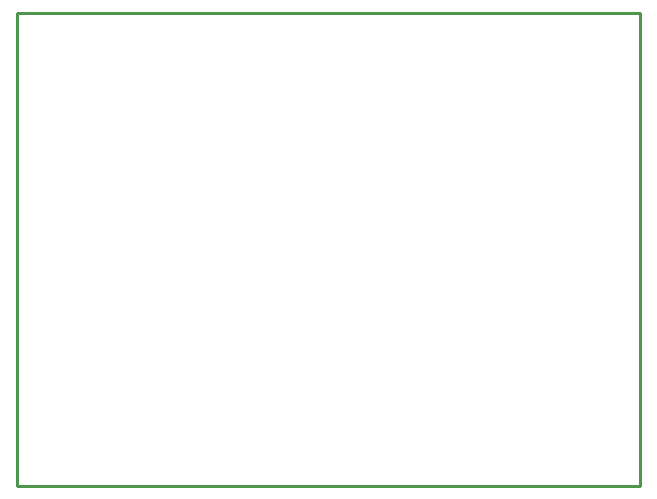
<source format=gbo>
G04 Layer: BottomSilkscreenLayer*
G04 EasyEDA Pro v2.1.33.40dfc3d9.d6468c, 2023-10-26 17:41:14*
G04 Gerber Generator version 0.3*
G04 Scale: 100 percent, Rotated: No, Reflected: No*
G04 Dimensions in millimeters*
G04 Leading zeros omitted, absolute positions, 3 integers and 3 decimals*
%FSLAX33Y33*%
%MOMM*%
%ADD10C,0.254*%
G75*


G04 Rect Start*
G54D10*
G01X69145Y-57145D02*
G01X69145Y-17145D01*
G01X16383D01*
G01Y-57145D01*
G01X69145D01*
G04 Rect End*

M02*

</source>
